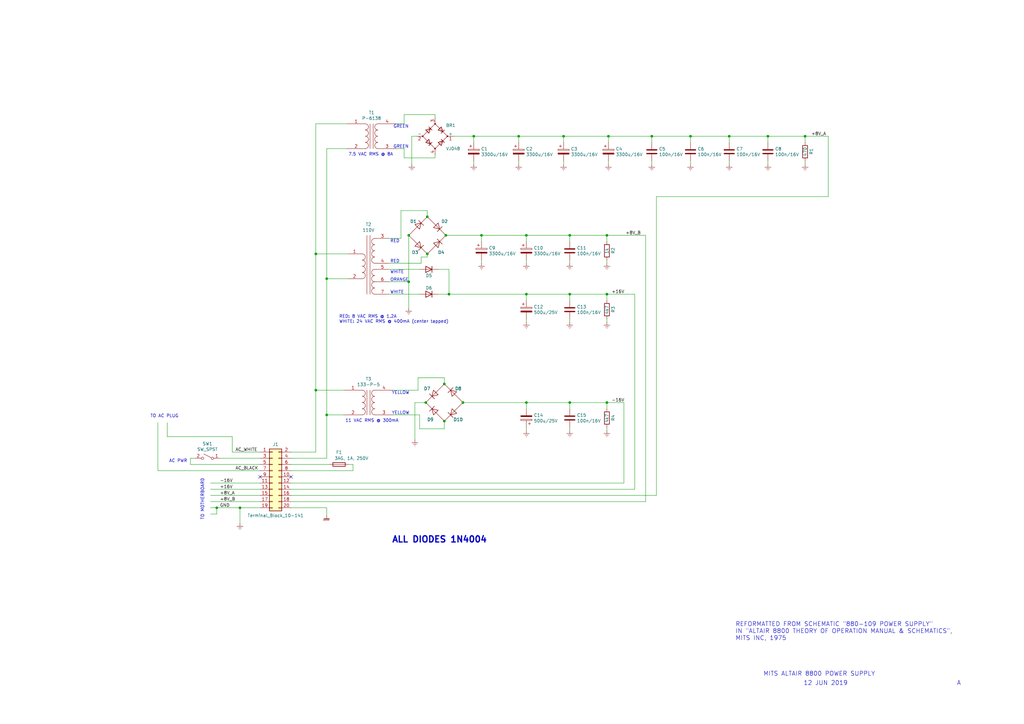
<source format=kicad_sch>
(kicad_sch (version 20230121) (generator eeschema)
  (paper "A3")
  (lib_symbols
    (symbol "Connector_Generic:Conn_02x10_Odd_Even" (pin_names (offset 1.016) hide)
      (property "Reference" "J" (at 1.27 12.7 0))
      (property "Value" "Conn_02x10_Odd_Even" (at 1.27 -15.24 0))
      (symbol "Conn_02x10_Odd_Even_1_1"
        (rectangle (start -1.27 -12.573) (end 0 -12.827) (stroke (width 0.1524)))
        (rectangle (start -1.27 -10.033) (end 0 -10.287) (stroke (width 0.1524)))
        (rectangle (start -1.27 -7.493) (end 0 -7.747) (stroke (width 0.1524)))
        (rectangle (start -1.27 -4.953) (end 0 -5.207) (stroke (width 0.1524)))
        (rectangle (start -1.27 -2.413) (end 0 -2.667) (stroke (width 0.1524)))
        (rectangle (start -1.27 0.127) (end 0 -0.127) (stroke (width 0.1524)))
        (rectangle (start -1.27 2.667) (end 0 2.413) (stroke (width 0.1524)))
        (rectangle (start -1.27 5.207) (end 0 4.953) (stroke (width 0.1524)))
        (rectangle (start -1.27 7.747) (end 0 7.493) (stroke (width 0.1524)))
        (rectangle (start -1.27 10.287) (end 0 10.033) (stroke (width 0.1524)))
        (rectangle (start -1.27 11.43) (end 3.81 -13.97) (stroke (width 0.254)) (fill (type background)))
        (rectangle (start 3.81 -12.573) (end 2.54 -12.827) (stroke (width 0.1524)))
        (rectangle (start 3.81 -10.033) (end 2.54 -10.287) (stroke (width 0.1524)))
        (rectangle (start 3.81 -7.493) (end 2.54 -7.747) (stroke (width 0.1524)))
        (rectangle (start 3.81 -4.953) (end 2.54 -5.207) (stroke (width 0.1524)))
        (rectangle (start 3.81 -2.413) (end 2.54 -2.667) (stroke (width 0.1524)))
        (rectangle (start 3.81 0.127) (end 2.54 -0.127) (stroke (width 0.1524)))
        (rectangle (start 3.81 2.667) (end 2.54 2.413) (stroke (width 0.1524)))
        (rectangle (start 3.81 5.207) (end 2.54 4.953) (stroke (width 0.1524)))
        (rectangle (start 3.81 7.747) (end 2.54 7.493) (stroke (width 0.1524)))
        (rectangle (start 3.81 10.287) (end 2.54 10.033) (stroke (width 0.1524)))
        (pin passive line (at -5.08 10.16 0) (length 3.81) (name "Pin_1") (number "1"))
        (pin passive line (at 7.62 0 180) (length 3.81) (name "Pin_10") (number "10"))
        (pin passive line (at -5.08 -2.54 0) (length 3.81) (name "Pin_11") (number "11"))
        (pin passive line (at 7.62 -2.54 180) (length 3.81) (name "Pin_12") (number "12"))
        (pin passive line (at -5.08 -5.08 0) (length 3.81) (name "Pin_13") (number "13"))
        (pin passive line (at 7.62 -5.08 180) (length 3.81) (name "Pin_14") (number "14"))
        (pin passive line (at -5.08 -7.62 0) (length 3.81) (name "Pin_15") (number "15"))
        (pin passive line (at 7.62 -7.62 180) (length 3.81) (name "Pin_16") (number "16"))
        (pin passive line (at -5.08 -10.16 0) (length 3.81) (name "Pin_17") (number "17"))
        (pin passive line (at 7.62 -10.16 180) (length 3.81) (name "Pin_18") (number "18"))
        (pin passive line (at -5.08 -12.7 0) (length 3.81) (name "Pin_19") (number "19"))
        (pin passive line (at 7.62 10.16 180) (length 3.81) (name "Pin_2") (number "2"))
        (pin passive line (at 7.62 -12.7 180) (length 3.81) (name "Pin_20") (number "20"))
        (pin passive line (at -5.08 7.62 0) (length 3.81) (name "Pin_3") (number "3"))
        (pin passive line (at 7.62 7.62 180) (length 3.81) (name "Pin_4") (number "4"))
        (pin passive line (at -5.08 5.08 0) (length 3.81) (name "Pin_5") (number "5"))
        (pin passive line (at 7.62 5.08 180) (length 3.81) (name "Pin_6") (number "6"))
        (pin passive line (at -5.08 2.54 0) (length 3.81) (name "Pin_7") (number "7"))
        (pin passive line (at 7.62 2.54 180) (length 3.81) (name "Pin_8") (number "8"))
        (pin passive line (at -5.08 0 0) (length 3.81) (name "Pin_9") (number "9"))
      )
    )
    (symbol "Device:C" (pin_numbers hide) (pin_names (offset 0.254))
      (property "Reference" "C" (at 0.635 2.54 0))
      (property "Value" "C" (at 0.635 -2.54 0))
      (symbol "C_0_1"
        (polyline (pts (xy -2.032 -0.762) (xy 2.032 -0.762)) (stroke (width 0.508)))
        (polyline (pts (xy -2.032 0.762) (xy 2.032 0.762)) (stroke (width 0.508)))
      )
      (symbol "C_1_1"
        (pin passive line (at 0 3.81 270) (length 2.794) (name "~") (number "1"))
        (pin passive line (at 0 -3.81 90) (length 2.794) (name "~") (number "2"))
      )
    )
    (symbol "Device:D" (pin_numbers hide) (pin_names (offset 1.016) hide)
      (property "Reference" "D" (at 0 2.54 0))
      (property "Value" "D" (at 0 -2.54 0))
      (symbol "D_0_1"
        (polyline (pts (xy -1.27 1.27) (xy -1.27 -1.27)) (stroke (width 0.254)))
        (polyline (pts (xy 1.27 0) (xy -1.27 0)))
        (polyline (pts (xy 1.27 1.27) (xy 1.27 -1.27) (xy -1.27 0) (xy 1.27 1.27)) (stroke (width 0.254)))
      )
      (symbol "D_1_1"
        (pin passive line (at -3.81 0 0) (length 2.54) (name "K") (number "1"))
        (pin passive line (at 3.81 0 180) (length 2.54) (name "A") (number "2"))
      )
    )
    (symbol "Device:D_Bridge_+-AA" (pin_names (offset 0))
      (property "Reference" "D" (at 2.54 6.985 0))
      (property "Value" "D_Bridge_+-AA" (at 2.54 5.08 0))
      (symbol "D_Bridge_+-AA_0_1"
        (circle (center -5.08 0) (radius 0.254) (fill (type outline)))
        (circle (center 0 -5.08) (radius 0.254) (fill (type outline)))
        (polyline (pts (xy -2.54 3.81) (xy -1.27 2.54)) (stroke (width 0.254)))
        (polyline (pts (xy -1.27 -2.54) (xy -2.54 -3.81)) (stroke (width 0.254)))
        (polyline (pts (xy 2.54 -1.27) (xy 3.81 -2.54)) (stroke (width 0.254)))
        (polyline (pts (xy 2.54 1.27) (xy 3.81 2.54)) (stroke (width 0.254)))
        (polyline (pts (xy -3.81 2.54) (xy -2.54 1.27) (xy -1.905 3.175) (xy -3.81 2.54)) (stroke (width 0.254)))
        (polyline (pts (xy -2.54 -1.27) (xy -3.81 -2.54) (xy -1.905 -3.175) (xy -2.54 -1.27)) (stroke (width 0.254)))
        (polyline (pts (xy 1.27 2.54) (xy 2.54 3.81) (xy 3.175 1.905) (xy 1.27 2.54)) (stroke (width 0.254)))
        (polyline (pts (xy 3.175 -1.905) (xy 1.27 -2.54) (xy 2.54 -3.81) (xy 3.175 -1.905)) (stroke (width 0.254)))
        (polyline (pts (xy -5.08 0) (xy 0 -5.08) (xy 5.08 0) (xy 0 5.08) (xy -5.08 0)))
        (circle (center 0 5.08) (radius 0.254) (fill (type outline)))
        (circle (center 5.08 0) (radius 0.254) (fill (type outline)))
      )
      (symbol "D_Bridge_+-AA_1_1"
        (pin passive line (at 7.62 0 180) (length 2.54) (name "+") (number "1"))
        (pin passive line (at -7.62 0 0) (length 2.54) (name "-") (number "2"))
        (pin passive line (at 0 7.62 270) (length 2.54) (name "~") (number "3"))
        (pin passive line (at 0 -7.62 90) (length 2.54) (name "~") (number "4"))
      )
    )
    (symbol "Device:Fuse" (pin_numbers hide) (pin_names (offset 0))
      (property "Reference" "F" (at 2.032 0 90))
      (property "Value" "Fuse" (at -1.905 0 90))
      (symbol "Fuse_0_1"
        (rectangle (start -0.762 -2.54) (end 0.762 2.54) (stroke (width 0.254)))
        (polyline (pts (xy 0 2.54) (xy 0 -2.54)))
      )
      (symbol "Fuse_1_1"
        (pin passive line (at 0 3.81 270) (length 1.27) (name "~") (number "1"))
        (pin passive line (at 0 -3.81 90) (length 1.27) (name "~") (number "2"))
      )
    )
    (symbol "Device:R" (pin_numbers hide) (pin_names (offset 0))
      (property "Reference" "R" (at 2.032 0 90))
      (property "Value" "R" (at 0 0 90))
      (symbol "R_0_1"
        (rectangle (start -1.016 -2.54) (end 1.016 2.54) (stroke (width 0.254)))
      )
      (symbol "R_1_1"
        (pin passive line (at 0 3.81 270) (length 1.27) (name "~") (number "1"))
        (pin passive line (at 0 -3.81 90) (length 1.27) (name "~") (number "2"))
      )
    )
    (symbol "Device:Transformer_1P_1S" (pin_names (offset 1.016) hide)
      (property "Reference" "T" (at 0 6.35 0))
      (property "Value" "Transformer_1P_1S" (at 0 -7.62 0))
      (symbol "Transformer_1P_1S_0_1"
        (arc (start -2.54 -5.0546) (mid -1.6599 -4.6901) (end -1.27 -3.81))
        (arc (start -2.54 -2.5146) (mid -1.6599 -2.1501) (end -1.27 -1.27))
        (arc (start -2.54 0.0254) (mid -1.6599 0.3899) (end -1.27 1.27))
        (arc (start -2.54 2.5654) (mid -1.6599 2.9299) (end -1.27 3.81))
        (arc (start -1.27 -3.81) (mid -1.642 -2.912) (end -2.54 -2.54))
        (arc (start -1.27 -1.27) (mid -1.642 -0.372) (end -2.54 0))
        (arc (start -1.27 1.27) (mid -1.642 2.168) (end -2.54 2.54))
        (arc (start -1.27 3.81) (mid -1.642 4.708) (end -2.54 5.08))
        (polyline (pts (xy -0.635 5.08) (xy -0.635 -5.08)))
        (polyline (pts (xy 0.635 -5.08) (xy 0.635 5.08)))
        (arc (start 1.2954 -1.27) (mid 1.6599 -2.1501) (end 2.54 -2.5146))
        (arc (start 1.2954 1.27) (mid 1.6599 0.3899) (end 2.54 0.0254))
        (arc (start 1.2954 3.81) (mid 1.6599 2.9299) (end 2.54 2.5654))
        (arc (start 1.3208 -3.81) (mid 1.6853 -4.6901) (end 2.5654 -5.0546))
        (arc (start 2.54 0) (mid 1.642 -0.372) (end 1.2954 -1.27))
        (arc (start 2.54 2.54) (mid 1.642 2.168) (end 1.2954 1.27))
        (arc (start 2.54 5.08) (mid 1.642 4.708) (end 1.2954 3.81))
        (arc (start 2.5654 -2.54) (mid 1.6674 -2.912) (end 1.3208 -3.81))
      )
      (symbol "Transformer_1P_1S_1_1"
        (pin passive line (at -10.16 5.08 0) (length 7.62) (name "AA") (number "1"))
        (pin passive line (at -10.16 -5.08 0) (length 7.62) (name "AB") (number "2"))
        (pin passive line (at 10.16 -5.08 180) (length 7.62) (name "SA") (number "3"))
        (pin passive line (at 10.16 5.08 180) (length 7.62) (name "SB") (number "4"))
      )
    )
    (symbol "PowerSupply-rescue:CP-Device" (pin_numbers hide) (pin_names (offset 0.254))
      (property "Reference" "C" (at 0.635 2.54 0))
      (property "Value" "Device_CP" (at 0.635 -2.54 0))
      (symbol "CP-Device_0_1"
        (rectangle (start -2.286 0.508) (end 2.286 1.016))
        (polyline (pts (xy -1.778 2.286) (xy -0.762 2.286)))
        (polyline (pts (xy -1.27 2.794) (xy -1.27 1.778)))
        (rectangle (start 2.286 -0.508) (end -2.286 -1.016) (fill (type outline)))
      )
      (symbol "CP-Device_1_1"
        (pin passive line (at 0 3.81 270) (length 2.794) (name "~") (number "1"))
        (pin passive line (at 0 -3.81 90) (length 2.794) (name "~") (number "2"))
      )
    )
    (symbol "PowerSupply-rescue:D_DIAG-altair8800" (pin_numbers hide) (pin_names (offset 1.016) hide)
      (property "Reference" "D" (at 0 -7.62 0))
      (property "Value" "altair8800_D_DIAG" (at 0 -7.62 0))
      (symbol "D_DIAG-altair8800_0_1"
        (polyline (pts (xy 0 0) (xy 7.62 7.62)))
        (polyline (pts (xy 4.064 6.096) (xy 6.096 4.064) (xy 5.08 5.08) (xy 2.54 4.445) (xy 4.445 2.54) (xy 5.08 5.08)) (stroke (width 0.2032)))
      )
      (symbol "D_DIAG-altair8800_1_1"
        (pin passive line (at 7.62 7.62 180) (length 0) (name "K") (number "1"))
        (pin passive line (at 0 0 180) (length 0) (name "A") (number "2"))
      )
    )
    (symbol "PowerSupply-rescue:P-6138-altair8800" (pin_names (offset 1.016))
      (property "Reference" "T" (at 0 -12.7 0))
      (property "Value" "altair8800_P-6138" (at 0 -15.24 0))
      (symbol "P-6138-altair8800_0_1"
        (arc (start -3.175 -3.81) (mid -1.9105 -2.54) (end -3.175 -1.27))
        (arc (start -3.175 -1.27) (mid -1.9105 0) (end -3.175 1.27))
        (arc (start -3.175 1.27) (mid -1.9105 2.54) (end -3.175 3.81))
        (arc (start -3.175 3.81) (mid -1.9105 5.08) (end -3.175 6.35))
        (polyline (pts (xy -3.81 -3.81) (xy -3.175 -3.81)))
        (polyline (pts (xy -3.175 6.35) (xy -3.81 6.35)))
        (polyline (pts (xy -1.27 13.97) (xy -1.27 -10.16)))
        (polyline (pts (xy 0 13.97) (xy 0 -10.16)))
        (polyline (pts (xy 1.905 -10.16) (xy 2.54 -10.16)))
        (polyline (pts (xy 1.905 -5.08) (xy 2.54 -5.08)))
        (polyline (pts (xy 1.905 0) (xy 2.54 0)))
        (polyline (pts (xy 1.905 2.54) (xy 2.54 2.54)))
        (polyline (pts (xy 1.905 12.7) (xy 2.54 12.7)))
        (arc (start 1.905 -7.62) (mid 0.6405 -8.89) (end 1.905 -10.16))
        (arc (start 1.905 -5.08) (mid 0.6405 -6.35) (end 1.905 -7.62))
        (arc (start 1.905 -2.54) (mid 0.6405 -3.81) (end 1.905 -5.08))
        (arc (start 1.905 0) (mid 0.6405 -1.27) (end 1.905 -2.54))
        (arc (start 1.905 5.08) (mid 0.6405 3.81) (end 1.905 2.54))
        (arc (start 1.905 7.62) (mid 0.6405 6.35) (end 1.905 5.08))
        (arc (start 1.905 10.16) (mid 0.6405 8.89) (end 1.905 7.62))
        (arc (start 1.905 12.7) (mid 0.6405 11.43) (end 1.905 10.16))
      )
      (symbol "P-6138-altair8800_1_1"
        (pin passive line (at -8.89 6.35 0) (length 5.08) (name "~") (number "1"))
        (pin passive line (at -8.89 -3.81 0) (length 5.08) (name "~") (number "2"))
        (pin passive line (at 7.62 12.7 180) (length 5.08) (name "~") (number "3"))
        (pin passive line (at 7.62 2.54 180) (length 5.08) (name "~") (number "4"))
        (pin passive line (at 7.62 0 180) (length 5.08) (name "~") (number "5"))
        (pin passive line (at 7.62 -5.08 180) (length 5.08) (name "~") (number "6"))
        (pin passive line (at 7.62 -10.16 180) (length 5.08) (name "~") (number "7"))
      )
    )
    (symbol "Switch:SW_SPST" (pin_names (offset 0) hide)
      (property "Reference" "SW" (at 0 3.175 0))
      (property "Value" "SW_SPST" (at 0 -2.54 0))
      (symbol "SW_SPST_0_0"
        (circle (center -2.032 0) (radius 0.508))
        (polyline (pts (xy -1.524 0.254) (xy 1.524 1.778)))
        (circle (center 2.032 0) (radius 0.508))
      )
      (symbol "SW_SPST_1_1"
        (pin passive line (at -5.08 0 0) (length 2.54) (name "A") (number "1"))
        (pin passive line (at 5.08 0 180) (length 2.54) (name "B") (number "2"))
      )
    )
    (symbol "power:GNDPWR" (power) (pin_names (offset 0))
      (property "Value" "GNDPWR" (at 0 -3.302 0))
      (symbol "GNDPWR_0_1"
        (polyline (pts (xy 0 -1.27) (xy 0 0)))
        (polyline (pts (xy -1.016 -1.27) (xy -1.27 -2.032) (xy -1.27 -2.032)) (stroke (width 0.2032)))
        (polyline (pts (xy -0.508 -1.27) (xy -0.762 -2.032) (xy -0.762 -2.032)) (stroke (width 0.2032)))
        (polyline (pts (xy 0 -1.27) (xy -0.254 -2.032) (xy -0.254 -2.032)) (stroke (width 0.2032)))
        (polyline (pts (xy 0.508 -1.27) (xy 0.254 -2.032) (xy 0.254 -2.032)) (stroke (width 0.2032)))
        (polyline (pts (xy 1.016 -1.27) (xy -1.016 -1.27) (xy -1.016 -1.27)) (stroke (width 0.2032)))
        (polyline (pts (xy 1.016 -1.27) (xy 0.762 -2.032) (xy 0.762 -2.032) (xy 0.762 -2.032)) (stroke (width 0.2032)))
      )
      (symbol "GNDPWR_1_1"
        (pin power_in line (at 0 0 270) (length 0) hide (name "GNDPWR") (number "1"))
      )
    )
    (symbol "power:GNDREF" (power) (pin_names (offset 0))
      (property "Value" "GNDREF" (at 0 -3.81 0))
      (symbol "GNDREF_0_1"
        (polyline (pts (xy -0.635 -1.905) (xy 0.635 -1.905)))
        (polyline (pts (xy -0.127 -2.54) (xy 0.127 -2.54)))
        (polyline (pts (xy 0 -1.27) (xy 0 0)))
        (polyline (pts (xy 1.27 -1.27) (xy -1.27 -1.27)))
      )
      (symbol "GNDREF_1_1"
        (pin power_in line (at 0 0 270) (length 0) hide (name "GNDREF") (number "1"))
      )
    )
  )
  (junction (at 249.555 55.88))
  (junction (at 267.335 55.88))
  (junction (at 215.9 96.52))
  (junction (at 283.21 55.88))
  (junction (at 314.96 55.88))
  (junction (at 182.245 157.48))
  (junction (at 175.26 88.9))
  (junction (at 212.725 55.88))
  (junction (at 175.26 104.14))
  (junction (at 248.92 96.52))
  (junction (at 215.9 120.65))
  (junction (at 231.14 55.88))
  (junction (at 233.68 96.52))
  (junction (at 88.9 208.28))
  (junction (at 233.68 120.65))
  (junction (at 215.9 165.1))
  (junction (at 194.31 55.88))
  (junction (at 129.54 160.02))
  (junction (at 98.425 208.28))
  (junction (at 233.68 165.1))
  (junction (at 174.625 165.1))
  (junction (at 133.985 114.3))
  (junction (at 197.485 96.52))
  (junction (at 299.085 55.88))
  (junction (at 184.15 120.65))
  (junction (at 129.54 104.14))
  (junction (at 167.64 96.52))
  (junction (at 167.64 115.57))
  (junction (at 182.245 172.72))
  (junction (at 133.985 170.18))
  (junction (at 248.92 165.1))
  (junction (at 182.88 96.52))
  (junction (at 189.865 165.1))
  (junction (at 248.92 120.65))
  (junction (at 330.2 55.88))
  (no_connect (at 119.38 195.58))
  (no_connect (at 106.68 195.58))
  (wire (pts (xy 233.68 165.1) (xy 248.92 165.1)))
  (wire (pts (xy 174.625 165.1) (xy 170.18 165.1)))
  (wire (pts (xy 299.085 55.88) (xy 314.96 55.88)))
  (wire (pts (xy 168.91 55.88) (xy 168.91 67.31)))
  (wire (pts (xy 165.735 46.99) (xy 178.435 46.99)))
  (wire (pts (xy 215.9 106.68) (xy 215.9 107.95)))
  (wire (pts (xy 248.92 165.1) (xy 248.92 167.64)))
  (wire (pts (xy 86.36 200.66) (xy 106.68 200.66)))
  (wire (pts (xy 212.725 55.88) (xy 212.725 58.42)))
  (wire (pts (xy 175.26 86.36) (xy 175.26 88.9)))
  (wire (pts (xy 267.335 66.04) (xy 267.335 67.31)))
  (wire (pts (xy 178.435 64.77) (xy 165.735 64.77)))
  (wire (pts (xy 255.905 198.12) (xy 255.905 165.1)))
  (wire (pts (xy 184.15 120.65) (xy 215.9 120.65)))
  (wire (pts (xy 172.085 175.895) (xy 182.245 175.895)))
  (wire (pts (xy 159.385 110.49) (xy 172.085 110.49)))
  (wire (pts (xy 86.36 198.12) (xy 106.68 198.12)))
  (wire (pts (xy 86.36 208.28) (xy 88.9 208.28)))
  (wire (pts (xy 194.31 55.88) (xy 212.725 55.88)))
  (wire (pts (xy 233.68 96.52) (xy 233.68 99.06)))
  (wire (pts (xy 182.88 96.52) (xy 197.485 96.52)))
  (wire (pts (xy 159.385 120.65) (xy 172.085 120.65)))
  (wire (pts (xy 264.795 96.52) (xy 264.795 205.74)))
  (wire (pts (xy 314.96 55.88) (xy 314.96 58.42)))
  (wire (pts (xy 248.92 120.65) (xy 248.92 123.19)))
  (wire (pts (xy 182.245 154.94) (xy 182.245 157.48)))
  (wire (pts (xy 231.14 55.88) (xy 249.555 55.88)))
  (wire (pts (xy 215.9 96.52) (xy 233.68 96.52)))
  (wire (pts (xy 165.735 60.96) (xy 162.56 60.96)))
  (wire (pts (xy 159.385 115.57) (xy 167.64 115.57)))
  (wire (pts (xy 233.68 130.81) (xy 233.68 132.08)))
  (wire (pts (xy 106.68 185.42) (xy 95.25 185.42)))
  (wire (pts (xy 133.985 170.18) (xy 133.985 187.96)))
  (wire (pts (xy 167.64 115.57) (xy 167.64 96.52)))
  (wire (pts (xy 68.58 179.07) (xy 68.58 173.355)))
  (wire (pts (xy 144.78 193.04) (xy 144.78 190.5)))
  (wire (pts (xy 119.38 185.42) (xy 129.54 185.42)))
  (wire (pts (xy 182.245 172.72) (xy 182.245 175.895)))
  (wire (pts (xy 189.865 165.1) (xy 215.9 165.1)))
  (wire (pts (xy 184.15 120.65) (xy 179.705 120.65)))
  (wire (pts (xy 248.92 96.52) (xy 248.92 99.06)))
  (wire (pts (xy 172.085 170.18) (xy 172.085 175.895)))
  (wire (pts (xy 88.9 208.28) (xy 88.9 210.82)))
  (wire (pts (xy 119.38 198.12) (xy 255.905 198.12)))
  (wire (pts (xy 172.72 105.41) (xy 172.72 107.95)))
  (wire (pts (xy 233.68 120.65) (xy 248.92 120.65)))
  (wire (pts (xy 215.9 120.65) (xy 215.9 123.19)))
  (wire (pts (xy 179.705 110.49) (xy 184.15 110.49)))
  (wire (pts (xy 129.54 104.14) (xy 129.54 160.02)))
  (wire (pts (xy 269.24 203.2) (xy 269.24 80.645)))
  (wire (pts (xy 197.485 99.06) (xy 197.485 96.52)))
  (wire (pts (xy 233.68 106.68) (xy 233.68 107.95)))
  (wire (pts (xy 86.36 205.74) (xy 106.68 205.74)))
  (wire (pts (xy 88.9 210.82) (xy 86.36 210.82)))
  (wire (pts (xy 194.31 66.04) (xy 194.31 67.31)))
  (wire (pts (xy 98.425 208.28) (xy 98.425 214.63)))
  (wire (pts (xy 167.64 115.57) (xy 167.64 126.365)))
  (wire (pts (xy 106.68 187.96) (xy 90.17 187.96)))
  (wire (pts (xy 215.9 165.1) (xy 233.68 165.1)))
  (wire (pts (xy 184.15 110.49) (xy 184.15 120.65)))
  (wire (pts (xy 88.9 208.28) (xy 98.425 208.28)))
  (wire (pts (xy 129.54 50.8) (xy 129.54 104.14)))
  (wire (pts (xy 269.24 80.645) (xy 339.725 80.645)))
  (wire (pts (xy 212.725 66.04) (xy 212.725 67.31)))
  (wire (pts (xy 233.68 175.26) (xy 233.68 176.53)))
  (wire (pts (xy 140.97 170.18) (xy 133.985 170.18)))
  (wire (pts (xy 119.38 203.2) (xy 269.24 203.2)))
  (wire (pts (xy 142.24 50.8) (xy 129.54 50.8)))
  (wire (pts (xy 249.555 55.88) (xy 249.555 58.42)))
  (wire (pts (xy 233.68 165.1) (xy 233.68 167.64)))
  (wire (pts (xy 283.21 55.88) (xy 283.21 58.42)))
  (wire (pts (xy 248.92 175.26) (xy 248.92 176.53)))
  (wire (pts (xy 98.425 208.28) (xy 106.68 208.28)))
  (wire (pts (xy 165.735 64.77) (xy 165.735 60.96)))
  (wire (pts (xy 172.72 107.95) (xy 159.385 107.95)))
  (wire (pts (xy 119.38 193.04) (xy 144.78 193.04)))
  (wire (pts (xy 339.725 55.88) (xy 330.2 55.88)))
  (wire (pts (xy 215.9 96.52) (xy 215.9 99.06)))
  (wire (pts (xy 248.92 130.81) (xy 248.92 132.08)))
  (wire (pts (xy 119.38 205.74) (xy 264.795 205.74)))
  (wire (pts (xy 95.25 179.07) (xy 68.58 179.07)))
  (wire (pts (xy 178.435 46.99) (xy 178.435 48.26)))
  (wire (pts (xy 162.56 50.8) (xy 165.735 50.8)))
  (wire (pts (xy 86.36 203.2) (xy 106.68 203.2)))
  (wire (pts (xy 64.77 193.04) (xy 106.68 193.04)))
  (wire (pts (xy 140.97 160.02) (xy 129.54 160.02)))
  (wire (pts (xy 129.54 160.02) (xy 129.54 185.42)))
  (wire (pts (xy 267.335 55.88) (xy 267.335 58.42)))
  (wire (pts (xy 215.9 120.65) (xy 233.68 120.65)))
  (wire (pts (xy 119.38 200.66) (xy 260.35 200.66)))
  (wire (pts (xy 299.085 66.04) (xy 299.085 67.31)))
  (wire (pts (xy 142.875 114.3) (xy 133.985 114.3)))
  (wire (pts (xy 260.35 200.66) (xy 260.35 120.65)))
  (wire (pts (xy 314.96 66.04) (xy 314.96 67.31)))
  (wire (pts (xy 142.24 60.96) (xy 133.985 60.96)))
  (wire (pts (xy 215.9 175.26) (xy 215.9 176.53)))
  (wire (pts (xy 249.555 66.04) (xy 249.555 67.31)))
  (wire (pts (xy 64.77 193.04) (xy 64.77 173.355)))
  (wire (pts (xy 171.45 154.94) (xy 182.245 154.94)))
  (wire (pts (xy 161.29 170.18) (xy 172.085 170.18)))
  (wire (pts (xy 133.985 208.28) (xy 133.985 211.455)))
  (wire (pts (xy 314.96 55.88) (xy 330.2 55.88)))
  (wire (pts (xy 215.9 165.1) (xy 215.9 167.64)))
  (wire (pts (xy 233.68 96.52) (xy 248.92 96.52)))
  (wire (pts (xy 144.78 190.5) (xy 142.875 190.5)))
  (wire (pts (xy 212.725 55.88) (xy 231.14 55.88)))
  (wire (pts (xy 119.38 187.96) (xy 133.985 187.96)))
  (wire (pts (xy 197.485 96.52) (xy 215.9 96.52)))
  (wire (pts (xy 330.2 66.04) (xy 330.2 67.31)))
  (wire (pts (xy 197.485 106.68) (xy 197.485 107.95)))
  (wire (pts (xy 78.105 187.96) (xy 80.01 187.96)))
  (wire (pts (xy 165.735 50.8) (xy 165.735 46.99)))
  (wire (pts (xy 133.985 114.3) (xy 133.985 170.18)))
  (wire (pts (xy 231.14 58.42) (xy 231.14 55.88)))
  (wire (pts (xy 119.38 190.5) (xy 135.255 190.5)))
  (wire (pts (xy 248.92 96.52) (xy 264.795 96.52)))
  (wire (pts (xy 231.14 66.04) (xy 231.14 67.31)))
  (wire (pts (xy 255.905 165.1) (xy 248.92 165.1)))
  (wire (pts (xy 171.45 160.02) (xy 171.45 154.94)))
  (wire (pts (xy 170.815 55.88) (xy 168.91 55.88)))
  (wire (pts (xy 106.68 190.5) (xy 78.105 190.5)))
  (wire (pts (xy 194.31 58.42) (xy 194.31 55.88)))
  (wire (pts (xy 175.26 105.41) (xy 172.72 105.41)))
  (wire (pts (xy 119.38 208.28) (xy 133.985 208.28)))
  (wire (pts (xy 164.465 97.79) (xy 164.465 86.36)))
  (wire (pts (xy 142.875 104.14) (xy 129.54 104.14)))
  (wire (pts (xy 260.35 120.65) (xy 248.92 120.65)))
  (wire (pts (xy 339.725 80.645) (xy 339.725 55.88)))
  (wire (pts (xy 159.385 97.79) (xy 164.465 97.79)))
  (wire (pts (xy 133.985 60.96) (xy 133.985 114.3)))
  (wire (pts (xy 249.555 55.88) (xy 267.335 55.88)))
  (wire (pts (xy 170.18 165.1) (xy 170.18 180.34)))
  (wire (pts (xy 283.21 66.04) (xy 283.21 67.31)))
  (wire (pts (xy 215.9 130.81) (xy 215.9 132.08)))
  (wire (pts (xy 233.68 120.65) (xy 233.68 123.19)))
  (wire (pts (xy 164.465 86.36) (xy 175.26 86.36)))
  (wire (pts (xy 299.085 55.88) (xy 299.085 58.42)))
  (wire (pts (xy 248.92 106.68) (xy 248.92 107.95)))
  (wire (pts (xy 267.335 55.88) (xy 283.21 55.88)))
  (wire (pts (xy 161.29 160.02) (xy 171.45 160.02)))
  (wire (pts (xy 178.435 63.5) (xy 178.435 64.77)))
  (wire (pts (xy 95.25 185.42) (xy 95.25 179.07)))
  (wire (pts (xy 283.21 55.88) (xy 299.085 55.88)))
  (wire (pts (xy 175.26 104.14) (xy 175.26 105.41)))
  (wire (pts (xy 330.2 55.88) (xy 330.2 58.42)))
  (wire (pts (xy 186.055 55.88) (xy 194.31 55.88)))
  (wire (pts (xy 78.105 190.5) (xy 78.105 187.96)))
  (text "RED" (at 160.02 99.695 0) (effects (font (size 1.27 1.27)) (justify left bottom)))
  (text "YELLOW" (at 160.655 170.18 0) (effects (font (size 1.27 1.27)) (justify left bottom)))
  (text "ALL DIODES 1N4004" (at 160.655 222.885 0) (effects (font (size 2.54 2.54) (thickness 0.508) bold) (justify left bottom)))
  (text "11 VAC RMS @ 300mA" (at 141.605 173.355 0) (effects (font (size 1.27 1.27)) (justify left bottom)))
  (text "WHITE" (at 160.02 120.65 0) (effects (font (size 1.27 1.27)) (justify left bottom)))
  (text "WHITE" (at 160.02 112.395 0) (effects (font (size 1.27 1.27)) (justify left bottom)))
  (text "A" (at 392.43 281.305 0) (effects (font (size 1.778 1.778)) (justify left bottom)))
  (text "RED: 8 VAC RMS @ 1.2A\nWHITE: 24 VAC RMS @ 400mA (center tapped)" (at 139.065 132.715 0) (effects (font (size 1.27 1.27)) (justify left bottom)))
  (text "TO MOTHERBOARD" (at 83.82 213.36 90) (effects (font (size 1.27 1.27)) (justify left bottom)))
  (text "MITS ALTAIR 8800 POWER SUPPLY" (at 313.055 277.495 0) (effects (font (size 1.778 1.778)) (justify left bottom)))
  (text "RED" (at 160.02 107.95 0) (effects (font (size 1.27 1.27)) (justify left bottom)))
  (text "AC PWR" (at 76.835 189.865 0) (effects (font (size 1.27 1.27)) (justify right bottom)))
  (text "REFORMATTED FROM SCHEMATIC \"880-109 POWER SUPPLY\"\nIN \"ALTAIR 8800 THEORY OF OPERATION MANUAL & SCHEMATICS\",\nMITS INC, 1975" (at 301.625 262.89 0) (effects (font (size 1.778 1.778)) (justify left bottom)))
  (text "12 JUN 2019" (at 329.565 281.305 0) (effects (font (size 1.778 1.778)) (justify left bottom)))
  (text "YELLOW" (at 160.655 161.925 0) (effects (font (size 1.27 1.27)) (justify left bottom)))
  (text "GREEN" (at 161.29 60.96 0) (effects (font (size 1.27 1.27)) (justify left bottom)))
  (text "GREEN" (at 161.29 52.705 0) (effects (font (size 1.27 1.27)) (justify left bottom)))
  (text "ORANGE" (at 160.02 115.57 0) (effects (font (size 1.27 1.27)) (justify left bottom)))
  (text "7.5 VAC RMS @ 8A" (at 142.875 64.135 0) (effects (font (size 1.27 1.27)) (justify left bottom)))
  (text "TO AC PLUG" (at 61.595 171.45 0) (effects (font (size 1.27 1.27)) (justify left bottom)))
  (label "+8V_B" (at 90.17 205.74 0))
  (label "AC_BLACK" (at 96.52 193.04 0))
  (label "+16V" (at 250.825 120.65 0))
  (label "+8V_A" (at 332.74 55.88 0))
  (label "-16V" (at 90.17 198.12 0))
  (label "-16V" (at 250.825 165.1 0))
  (label "+16V" (at 90.17 200.66 0))
  (label "+8V_A" (at 90.17 203.2 0))
  (label "+8V_B" (at 256.54 96.52 0))
  (label "GND" (at 90.17 208.28 0))
  (label "AC_WHITE" (at 96.52 185.42 0))
  (symbol (lib_id "Switch:SW_SPST") (at 85.09 187.96 0) (mirror y) (unit 1)
    (property "Reference" "SW1" (at 85.09 181.991 0))
    (property "Value" "SW_SPST" (at 85.09 184.3024 0))
  )
  (symbol (lib_id "Connector_Generic:Conn_02x10_Odd_Even") (at 111.76 195.58 0) (unit 1)
    (property "Reference" "J1" (at 113.03 182.245 0))
    (property "Value" "Terminal_Block_10-141" (at 113.03 211.455 0))
  )
  (symbol (lib_id "Device:Fuse") (at 139.065 190.5 270) (unit 1)
    (property "Reference" "F1" (at 139.065 185.4962 90))
    (property "Value" "3AG, 1A, 250V" (at 144.145 187.96 90))
  )
  (symbol (lib_id "Device:Transformer_1P_1S") (at 152.4 55.88 0) (unit 1)
    (property "Reference" "T1" (at 152.4 46.2026 0))
    (property "Value" "P-6138" (at 152.4 48.514 0))
  )
  (symbol (lib_id "Device:D_Bridge_+-AA") (at 178.435 55.88 0) (unit 1)
    (property "Reference" "BR1" (at 182.88 51.435 0) (effects (justify left)))
    (property "Value" "VJ048" (at 182.88 60.96 0) (effects (justify left)))
  )
  (symbol (lib_id "power:GNDREF") (at 168.91 67.31 0) (unit 1)
    (property "Reference" "#PWR?" (effects hide))
    (property "Value" "GNDREF" (effects hide))
  )
  (symbol (lib_id "PowerSupply-rescue:CP-Device") (at 194.31 62.23 0) (unit 1)
    (property "Reference" "C1" (at 197.3072 61.0616 0) (effects (justify left)))
    (property "Value" "3300u/16V" (at 197.3072 63.373 0) (effects (justify left)))
  )
  (symbol (lib_id "power:GNDREF") (at 194.31 67.31 0) (unit 1)
    (property "Reference" "#PWR?" (effects hide))
    (property "Value" "GNDREF" (effects hide))
  )
  (symbol (lib_id "PowerSupply-rescue:CP-Device") (at 212.725 62.23 0) (unit 1)
    (property "Reference" "C2" (at 215.7222 61.0616 0) (effects (justify left)))
    (property "Value" "3300u/16V" (at 215.7222 63.373 0) (effects (justify left)))
  )
  (symbol (lib_id "power:GNDREF") (at 212.725 67.31 0) (unit 1)
    (property "Reference" "#PWR?" (effects hide))
    (property "Value" "GNDREF" (effects hide))
  )
  (symbol (lib_id "PowerSupply-rescue:CP-Device") (at 231.14 62.23 0) (unit 1)
    (property "Reference" "C3" (at 234.1372 61.0616 0) (effects (justify left)))
    (property "Value" "3300u/16V" (at 234.1372 63.373 0) (effects (justify left)))
  )
  (symbol (lib_id "power:GNDREF") (at 231.14 67.31 0) (unit 1)
    (property "Reference" "#PWR?" (effects hide))
    (property "Value" "GNDREF" (effects hide))
  )
  (symbol (lib_id "PowerSupply-rescue:CP-Device") (at 249.555 62.23 0) (unit 1)
    (property "Reference" "C4" (at 252.5522 61.0616 0) (effects (justify left)))
    (property "Value" "3300u/16V" (at 252.5522 63.373 0) (effects (justify left)))
  )
  (symbol (lib_id "power:GNDREF") (at 249.555 67.31 0) (unit 1)
    (property "Reference" "#PWR?" (effects hide))
    (property "Value" "GNDREF" (effects hide))
  )
  (symbol (lib_id "Device:C") (at 267.335 62.23 0) (unit 1)
    (property "Reference" "C5" (at 270.256 61.0616 0) (effects (justify left)))
    (property "Value" "100n/16V" (at 270.256 63.373 0) (effects (justify left)))
  )
  (symbol (lib_id "power:GNDREF") (at 267.335 67.31 0) (unit 1)
    (property "Reference" "#PWR?" (effects hide))
    (property "Value" "GNDREF" (effects hide))
  )
  (symbol (lib_id "Device:C") (at 283.21 62.23 0) (unit 1)
    (property "Reference" "C6" (at 286.131 61.0616 0) (effects (justify left)))
    (property "Value" "100n/16V" (at 286.131 63.373 0) (effects (justify left)))
  )
  (symbol (lib_id "power:GNDREF") (at 283.21 67.31 0) (unit 1)
    (property "Reference" "#PWR?" (effects hide))
    (property "Value" "GNDREF" (effects hide))
  )
  (symbol (lib_id "Device:C") (at 299.085 62.23 0) (unit 1)
    (property "Reference" "C7" (at 302.006 61.0616 0) (effects (justify left)))
    (property "Value" "100n/16V" (at 302.006 63.373 0) (effects (justify left)))
  )
  (symbol (lib_id "power:GNDREF") (at 299.085 67.31 0) (unit 1)
    (property "Reference" "#PWR?" (effects hide))
    (property "Value" "GNDREF" (effects hide))
  )
  (symbol (lib_id "Device:C") (at 314.96 62.23 0) (unit 1)
    (property "Reference" "C8" (at 317.881 61.0616 0) (effects (justify left)))
    (property "Value" "100n/16V" (at 317.881 63.373 0) (effects (justify left)))
  )
  (symbol (lib_id "power:GNDREF") (at 314.96 67.31 0) (unit 1)
    (property "Reference" "#PWR?" (effects hide))
    (property "Value" "GNDREF" (effects hide))
  )
  (symbol (lib_id "Device:R") (at 330.2 62.23 0) (unit 1)
    (property "Reference" "R1" (at 332.74 63.5 90) (effects (justify left)))
    (property "Value" "470" (at 330.2 64.135 90) (effects (justify left)))
  )
  (symbol (lib_id "power:GNDREF") (at 330.2 67.31 0) (unit 1)
    (property "Reference" "#PWR?" (effects hide))
    (property "Value" "GNDREF" (effects hide))
  )
  (symbol (lib_id "PowerSupply-rescue:P-6138-altair8800") (at 151.765 110.49 0) (unit 1)
    (property "Reference" "T2" (at 151.13 92.075 0))
    (property "Value" "110V" (at 151.13 94.3864 0))
  )
  (symbol (lib_id "power:GNDREF") (at 167.64 126.365 0) (unit 1)
    (property "Reference" "#PWR?" (effects hide))
    (property "Value" "GNDREF" (effects hide))
  )
  (symbol (lib_id "Device:D") (at 175.895 110.49 180) (unit 1)
    (property "Reference" "D5" (at 175.895 113.03 0))
    (property "Value" "D" (effects hide))
  )
  (symbol (lib_id "Device:D") (at 175.895 120.65 180) (unit 1)
    (property "Reference" "D6" (at 175.895 118.11 0))
    (property "Value" "D" (effects hide))
  )
  (symbol (lib_id "power:GNDPWR") (at 133.985 211.455 0) (unit 1)
    (property "Reference" "#PWR?" (effects hide))
    (property "Value" "GNDPWR" (effects hide))
  )
  (symbol (lib_id "PowerSupply-rescue:D_DIAG-altair8800") (at 167.64 96.52 0) (unit 1)
    (property "Reference" "D1" (at 169.545 90.805 0))
    (property "Value" "D_DIAG" (effects hide))
  )
  (symbol (lib_id "PowerSupply-rescue:D_DIAG-altair8800") (at 175.26 88.9 270) (unit 1)
    (property "Reference" "D2" (at 180.975 90.805 90) (effects (justify left)))
    (property "Value" "D_DIAG" (effects hide))
  )
  (symbol (lib_id "PowerSupply-rescue:D_DIAG-altair8800") (at 175.26 104.14 0) (unit 1)
    (property "Reference" "D4" (at 180.975 103.505 0))
    (property "Value" "D_DIAG" (effects hide))
  )
  (symbol (lib_id "PowerSupply-rescue:D_DIAG-altair8800") (at 167.64 96.52 270) (unit 1)
    (property "Reference" "D3" (at 168.91 103.505 90) (effects (justify left)))
    (property "Value" "D_DIAG" (effects hide))
  )
  (symbol (lib_id "power:GNDREF") (at 98.425 214.63 0) (unit 1)
    (property "Reference" "#PWR?" (effects hide))
    (property "Value" "GNDREF" (effects hide))
  )
  (symbol (lib_id "PowerSupply-rescue:CP-Device") (at 197.485 102.87 0) (unit 1)
    (property "Reference" "C9" (at 200.4822 101.7016 0) (effects (justify left)))
    (property "Value" "3300u/16V" (at 200.4822 104.013 0) (effects (justify left)))
  )
  (symbol (lib_id "power:GNDREF") (at 197.485 107.95 0) (unit 1)
    (property "Reference" "#PWR?" (effects hide))
    (property "Value" "GNDREF" (effects hide))
  )
  (symbol (lib_id "PowerSupply-rescue:CP-Device") (at 215.9 102.87 0) (unit 1)
    (property "Reference" "C10" (at 218.8972 101.7016 0) (effects (justify left)))
    (property "Value" "3300u/16V" (at 218.8972 104.013 0) (effects (justify left)))
  )
  (symbol (lib_id "power:GNDREF") (at 215.9 107.95 0) (unit 1)
    (property "Reference" "#PWR?" (effects hide))
    (property "Value" "GNDREF" (effects hide))
  )
  (symbol (lib_id "Device:C") (at 233.68 102.87 0) (unit 1)
    (property "Reference" "C11" (at 236.601 101.7016 0) (effects (justify left)))
    (property "Value" "100n/16V" (at 236.601 104.013 0) (effects (justify left)))
  )
  (symbol (lib_id "power:GNDREF") (at 233.68 107.95 0) (unit 1)
    (property "Reference" "#PWR?" (effects hide))
    (property "Value" "GNDREF" (effects hide))
  )
  (symbol (lib_id "Device:R") (at 248.92 102.87 0) (unit 1)
    (property "Reference" "R2" (at 251.46 104.14 90) (effects (justify left)))
    (property "Value" "1k" (at 248.92 104.14 90) (effects (justify left)))
  )
  (symbol (lib_id "power:GNDREF") (at 248.92 107.95 0) (unit 1)
    (property "Reference" "#PWR?" (effects hide))
    (property "Value" "GNDREF" (effects hide))
  )
  (symbol (lib_id "Device:C") (at 233.68 127 0) (unit 1)
    (property "Reference" "C13" (at 236.601 125.8316 0) (effects (justify left)))
    (property "Value" "100n/16V" (at 236.601 128.143 0) (effects (justify left)))
  )
  (symbol (lib_id "power:GNDREF") (at 233.68 132.08 0) (unit 1)
    (property "Reference" "#PWR?" (effects hide))
    (property "Value" "GNDREF" (effects hide))
  )
  (symbol (lib_id "Device:R") (at 248.92 127 0) (unit 1)
    (property "Reference" "R3" (at 251.46 128.27 90) (effects (justify left)))
    (property "Value" "4k7" (at 248.92 128.905 90) (effects (justify left)))
  )
  (symbol (lib_id "power:GNDREF") (at 248.92 132.08 0) (unit 1)
    (property "Reference" "#PWR?" (effects hide))
    (property "Value" "GNDREF" (effects hide))
  )
  (symbol (lib_id "PowerSupply-rescue:CP-Device") (at 215.9 127 0) (unit 1)
    (property "Reference" "C12" (at 218.8972 125.8316 0) (effects (justify left)))
    (property "Value" "500u/25V" (at 218.8972 128.143 0) (effects (justify left)))
  )
  (symbol (lib_id "power:GNDREF") (at 215.9 132.08 0) (unit 1)
    (property "Reference" "#PWR?" (effects hide))
    (property "Value" "GNDREF" (effects hide))
  )
  (symbol (lib_id "Device:Transformer_1P_1S") (at 151.13 165.1 0) (unit 1)
    (property "Reference" "T3" (at 151.13 155.4226 0))
    (property "Value" "133-P-5" (at 151.13 157.734 0))
  )
  (symbol (lib_id "PowerSupply-rescue:D_DIAG-altair8800") (at 189.865 165.1 0) (mirror y) (unit 1)
    (property "Reference" "D8" (at 187.96 159.385 0))
    (property "Value" "D_DIAG" (effects hide))
  )
  (symbol (lib_id "PowerSupply-rescue:D_DIAG-altair8800") (at 182.245 157.48 90) (mirror x) (unit 1)
    (property "Reference" "D7" (at 176.53 159.385 90) (effects (justify left)))
    (property "Value" "D_DIAG" (effects hide))
  )
  (symbol (lib_id "PowerSupply-rescue:D_DIAG-altair8800") (at 182.245 172.72 0) (mirror y) (unit 1)
    (property "Reference" "D9" (at 176.53 172.085 0))
    (property "Value" "D_DIAG" (effects hide))
  )
  (symbol (lib_id "PowerSupply-rescue:D_DIAG-altair8800") (at 189.865 165.1 90) (mirror x) (unit 1)
    (property "Reference" "D10" (at 189.865 172.085 90) (effects (justify left)))
    (property "Value" "D_DIAG" (effects hide))
  )
  (symbol (lib_id "power:GNDREF") (at 170.18 180.34 0) (unit 1)
    (property "Reference" "#PWR?" (effects hide))
    (property "Value" "GNDREF" (effects hide))
  )
  (symbol (lib_id "Device:C") (at 233.68 171.45 0) (unit 1)
    (property "Reference" "C15" (at 236.601 170.2816 0) (effects (justify left)))
    (property "Value" "100n/16V" (at 236.601 172.593 0) (effects (justify left)))
  )
  (symbol (lib_id "power:GNDREF") (at 233.68 176.53 0) (unit 1)
    (property "Reference" "#PWR?" (effects hide))
    (property "Value" "GNDREF" (effects hide))
  )
  (symbol (lib_id "Device:R") (at 248.92 171.45 0) (unit 1)
    (property "Reference" "R4" (at 251.46 172.72 90) (effects (justify left)))
    (property "Value" "4k7" (at 248.92 173.355 90) (effects (justify left)))
  )
  (symbol (lib_id "power:GNDREF") (at 248.92 176.53 0) (unit 1)
    (property "Reference" "#PWR?" (effects hide))
    (property "Value" "GNDREF" (effects hide))
  )
  (symbol (lib_id "PowerSupply-rescue:CP-Device") (at 215.9 171.45 180) (unit 1)
    (property "Reference" "C14" (at 218.8972 170.2816 0) (effects (justify right)))
    (property "Value" "500u/25V" (at 218.8972 172.593 0) (effects (justify right)))
  )
  (symbol (lib_id "power:GNDREF") (at 215.9 176.53 0) (unit 1)
    (property "Reference" "#PWR?" (effects hide))
    (property "Value" "GNDREF" (effects hide))
  )
)
</source>
